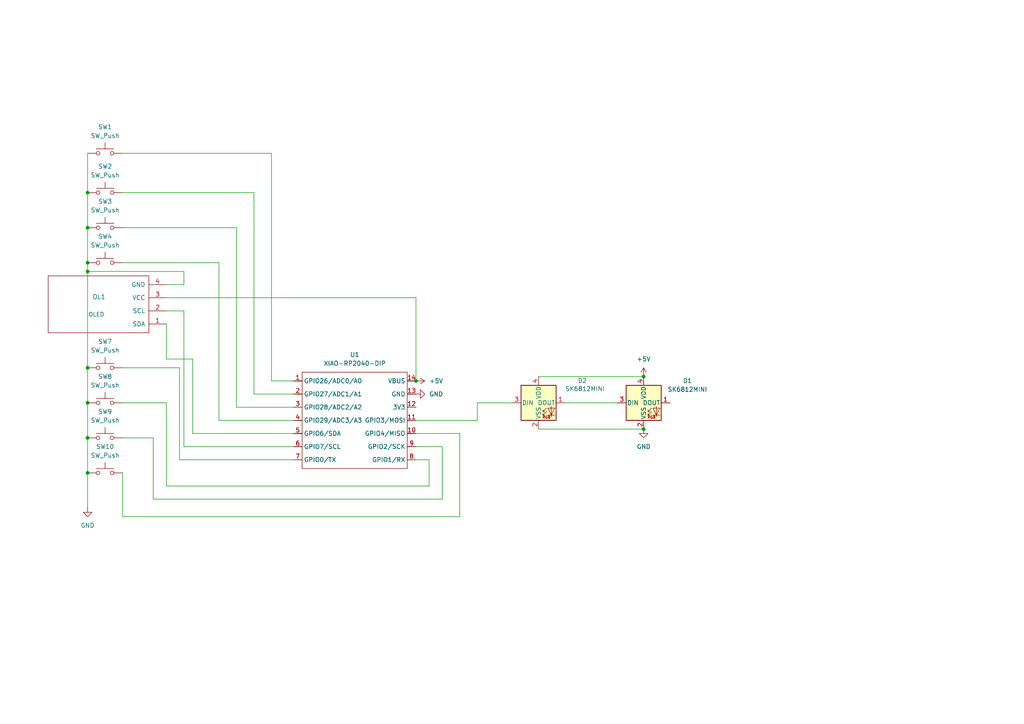
<source format=kicad_sch>
(kicad_sch (version 20250114) (generator "eeschema") (generator_version "9.0")
  (paper "A4")
  (lib_symbols
    (symbol "LED:SK6812MINI" (pin_names (offset 0.254))
      (property "Reference" "D" (at 5.08 5.715 0))
      (property "Value" "SK6812MINI" (at 1.27 -5.715 0))
      (symbol "SK6812MINI_0_0"
        (text "RGB" (at 2.286 -4.191 0) (effects (font (size 0.762 0.762))))
      )
      (symbol "SK6812MINI_0_1"
        (polyline (pts (xy 1.27 -2.54) (xy 1.778 -2.54)))
        (polyline (pts (xy 1.27 -3.556) (xy 1.778 -3.556)))
        (polyline (pts (xy 2.286 -1.524) (xy 1.27 -2.54) (xy 1.27 -2.032)))
        (polyline (pts (xy 2.286 -2.54) (xy 1.27 -3.556) (xy 1.27 -3.048)))
        (polyline (pts (xy 3.683 -1.016) (xy 3.683 -3.556) (xy 3.683 -4.064)))
        (polyline (pts (xy 4.699 -1.524) (xy 2.667 -1.524) (xy 3.683 -3.556) (xy 4.699 -1.524)))
        (polyline (pts (xy 4.699 -3.556) (xy 2.667 -3.556)))
        (rectangle (start 5.08 5.08) (end -5.08 -5.08) (stroke (width 0.254)) (fill (type background)))
      )
      (symbol "SK6812MINI_1_1"
        (pin input line (at -7.62 0 0) (length 2.54) (name "DIN") (number "3"))
        (pin power_in line (at 0 7.62 270) (length 2.54) (name "VDD") (number "4"))
        (pin power_in line (at 0 -7.62 90) (length 2.54) (name "VSS") (number "2"))
        (pin output line (at 7.62 0 180) (length 2.54) (name "DOUT") (number "1"))
      )
    )
    (symbol "Seeed_Studio_XIAO_Series:XIAO-RP2040-DIP"
      (property "Reference" "U" (at 0 0 0))
      (property "Value" "XIAO-RP2040-DIP" (at 5.334 -1.778 0))
      (symbol "XIAO-RP2040-DIP_1_0"
        (polyline (pts (xy -1.27 -2.54) (xy 29.21 -2.54)) (stroke (width 0.1524)))
        (polyline (pts (xy -1.27 -5.08) (xy -2.54 -5.08)) (stroke (width 0.1524)))
        (polyline (pts (xy -1.27 -5.08) (xy -1.27 -2.54)) (stroke (width 0.1524)))
        (polyline (pts (xy -1.27 -8.89) (xy -2.54 -8.89)) (stroke (width 0.1524)))
        (polyline (pts (xy -1.27 -8.89) (xy -1.27 -5.08)) (stroke (width 0.1524)))
        (polyline (pts (xy -1.27 -12.7) (xy -2.54 -12.7)) (stroke (width 0.1524)))
        (polyline (pts (xy -1.27 -12.7) (xy -1.27 -8.89)) (stroke (width 0.1524)))
        (polyline (pts (xy -1.27 -16.51) (xy -2.54 -16.51)) (stroke (width 0.1524)))
        (polyline (pts (xy -1.27 -16.51) (xy -1.27 -12.7)) (stroke (width 0.1524)))
        (polyline (pts (xy -1.27 -20.32) (xy -2.54 -20.32)) (stroke (width 0.1524)))
        (polyline (pts (xy -1.27 -24.13) (xy -2.54 -24.13)) (stroke (width 0.1524)))
        (polyline (pts (xy -1.27 -27.94) (xy -2.54 -27.94)) (stroke (width 0.1524)))
        (polyline (pts (xy -1.27 -30.48) (xy -1.27 -16.51)) (stroke (width 0.1524)))
        (polyline (pts (xy 29.21 -2.54) (xy 29.21 -5.08)) (stroke (width 0.1524)))
        (polyline (pts (xy 29.21 -5.08) (xy 29.21 -8.89)) (stroke (width 0.1524)))
        (polyline (pts (xy 29.21 -8.89) (xy 29.21 -12.7)) (stroke (width 0.1524)))
        (polyline (pts (xy 29.21 -12.7) (xy 29.21 -30.48)) (stroke (width 0.1524)))
        (polyline (pts (xy 29.21 -30.48) (xy -1.27 -30.48)) (stroke (width 0.1524)))
        (polyline (pts (xy 30.48 -5.08) (xy 29.21 -5.08)) (stroke (width 0.1524)))
        (polyline (pts (xy 30.48 -8.89) (xy 29.21 -8.89)) (stroke (width 0.1524)))
        (polyline (pts (xy 30.48 -12.7) (xy 29.21 -12.7)) (stroke (width 0.1524)))
        (polyline (pts (xy 30.48 -16.51) (xy 29.21 -16.51)) (stroke (width 0.1524)))
        (polyline (pts (xy 30.48 -20.32) (xy 29.21 -20.32)) (stroke (width 0.1524)))
        (polyline (pts (xy 30.48 -24.13) (xy 29.21 -24.13)) (stroke (width 0.1524)))
        (polyline (pts (xy 30.48 -27.94) (xy 29.21 -27.94)) (stroke (width 0.1524)))
        (pin passive line (at -3.81 -5.08 0) (length 2.54) (name "GPIO26/ADC0/A0") (number "1"))
        (pin passive line (at -3.81 -8.89 0) (length 2.54) (name "GPIO27/ADC1/A1") (number "2"))
        (pin passive line (at -3.81 -12.7 0) (length 2.54) (name "GPIO28/ADC2/A2") (number "3"))
        (pin passive line (at -3.81 -16.51 0) (length 2.54) (name "GPIO29/ADC3/A3") (number "4"))
        (pin passive line (at -3.81 -20.32 0) (length 2.54) (name "GPIO6/SDA") (number "5"))
        (pin passive line (at -3.81 -24.13 0) (length 2.54) (name "GPIO7/SCL") (number "6"))
        (pin passive line (at -3.81 -27.94 0) (length 2.54) (name "GPIO0/TX") (number "7"))
        (pin passive line (at 31.75 -5.08 180) (length 2.54) (name "VBUS") (number "14"))
        (pin passive line (at 31.75 -8.89 180) (length 2.54) (name "GND") (number "13"))
        (pin passive line (at 31.75 -12.7 180) (length 2.54) (name "3V3") (number "12"))
        (pin passive line (at 31.75 -16.51 180) (length 2.54) (name "GPIO3/MOSI") (number "11"))
        (pin passive line (at 31.75 -20.32 180) (length 2.54) (name "GPIO4/MISO") (number "10"))
        (pin passive line (at 31.75 -24.13 180) (length 2.54) (name "GPIO2/SCK") (number "9"))
        (pin passive line (at 31.75 -27.94 180) (length 2.54) (name "GPIO1/RX") (number "8"))
      )
    )
    (symbol "Switch:SW_Push" (pin_numbers (hide yes)) (pin_names (offset 1.016) (hide yes))
      (property "Reference" "SW" (at 1.27 2.54 0))
      (property "Value" "SW_Push" (at 0 -1.524 0))
      (symbol "SW_Push_0_1"
        (circle (center -2.032 0) (radius 0.508))
        (polyline (pts (xy 0 1.27) (xy 0 3.048)))
        (circle (center 2.032 0) (radius 0.508))
        (polyline (pts (xy 2.54 1.27) (xy -2.54 1.27)))
        (pin passive line (at -5.08 0 0) (length 2.54) (name "1") (number "1"))
        (pin passive line (at 5.08 0 180) (length 2.54) (name "2") (number "2"))
      )
    )
    (symbol "oled:OLED" (pin_names (offset 1.016))
      (property "Reference" "OL" (at 0 2.54 0))
      (property "Value" "OLED" (at 0 -1.27 0))
      (symbol "OLED_0_1"
        (rectangle (start -13.97 8.89) (end 15.24 -7.62))
      )
      (symbol "OLED_1_1"
        (pin bidirectional line (at -19.05 6.35 0) (length 5.08) (name "SDA") (number "1"))
        (pin bidirectional line (at -19.05 2.54 0) (length 5.08) (name "SCL") (number "2"))
        (pin power_in line (at -19.05 -1.27 0) (length 5.08) (name "VCC") (number "3"))
        (pin power_in line (at -19.05 -5.08 0) (length 5.08) (name "GND") (number "4"))
      )
    )
    (symbol "power:+5V" (power) (pin_numbers (hide yes)) (pin_names (offset 0) (hide yes))
      (property "Value" "+5V" (at 0 3.556 0))
      (symbol "+5V_0_1"
        (polyline (pts (xy -0.762 1.27) (xy 0 2.54)))
        (polyline (pts (xy 0 2.54) (xy 0.762 1.27)))
        (polyline (pts (xy 0 0) (xy 0 2.54)))
      )
      (symbol "+5V_1_1"
        (pin power_in line (at 0 0 90) (length 0) (name "~") (number "1"))
      )
    )
    (symbol "power:GND" (power) (pin_numbers (hide yes)) (pin_names (offset 0) (hide yes))
      (property "Value" "GND" (at 0 -3.81 0))
      (symbol "GND_0_1"
        (polyline (pts (xy 0 0) (xy 0 -1.27) (xy 1.27 -1.27) (xy 0 -2.54) (xy -1.27 -1.27) (xy 0 -1.27)))
      )
      (symbol "GND_1_1"
        (pin power_in line (at 0 0 270) (length 0) (name "~") (number "1"))
      )
    )
  )
  (junction (at 120.65 110.49))
  (junction (at 25.4 116.84))
  (junction (at 186.69 124.46))
  (junction (at 25.4 127))
  (junction (at 25.4 55.88))
  (junction (at 25.4 76.2))
  (junction (at 25.4 78.74))
  (junction (at 25.4 66.04))
  (junction (at 25.4 137.16))
  (junction (at 25.4 106.68))
  (junction (at 186.69 109.22))
  (wire (pts (xy 124.46 133.35) (xy 120.65 133.35)))
  (wire (pts (xy 120.65 129.54) (xy 128.27 129.54)))
  (wire (pts (xy 53.34 82.55) (xy 53.34 78.74)))
  (wire (pts (xy 25.4 44.45) (xy 25.4 55.88)))
  (wire (pts (xy 25.4 106.68) (xy 25.4 116.84)))
  (wire (pts (xy 73.66 55.88) (xy 73.66 114.3)))
  (wire (pts (xy 35.56 66.04) (xy 68.58 66.04)))
  (wire (pts (xy 25.4 76.2) (xy 25.4 78.74)))
  (wire (pts (xy 156.21 124.46) (xy 186.69 124.46)))
  (wire (pts (xy 78.74 44.45) (xy 78.74 110.49)))
  (wire (pts (xy 25.4 66.04) (xy 25.4 76.2)))
  (wire (pts (xy 35.56 127) (xy 44.45 127)))
  (wire (pts (xy 25.4 137.16) (xy 25.4 147.32)))
  (wire (pts (xy 148.59 116.84) (xy 138.43 116.84)))
  (wire (pts (xy 35.56 137.16) (xy 35.56 149.86)))
  (wire (pts (xy 120.65 86.36) (xy 120.65 110.49)))
  (wire (pts (xy 73.66 114.3) (xy 85.09 114.3)))
  (wire (pts (xy 48.26 82.55) (xy 53.34 82.55)))
  (wire (pts (xy 48.26 116.84) (xy 48.26 140.97)))
  (wire (pts (xy 68.58 66.04) (xy 68.58 118.11)))
  (wire (pts (xy 133.35 149.86) (xy 133.35 125.73)))
  (wire (pts (xy 25.4 116.84) (xy 25.4 127)))
  (wire (pts (xy 35.56 44.45) (xy 78.74 44.45)))
  (wire (pts (xy 25.4 78.74) (xy 25.4 106.68)))
  (wire (pts (xy 156.21 109.22) (xy 186.69 109.22)))
  (wire (pts (xy 133.35 125.73) (xy 120.65 125.73)))
  (wire (pts (xy 35.56 106.68) (xy 52.07 106.68)))
  (wire (pts (xy 35.56 116.84) (xy 48.26 116.84)))
  (wire (pts (xy 25.4 127) (xy 25.4 137.16)))
  (wire (pts (xy 55.88 125.73) (xy 85.09 125.73)))
  (wire (pts (xy 63.5 76.2) (xy 63.5 121.92)))
  (wire (pts (xy 48.26 90.17) (xy 53.34 90.17)))
  (wire (pts (xy 48.26 86.36) (xy 120.65 86.36)))
  (wire (pts (xy 44.45 144.78) (xy 128.27 144.78)))
  (wire (pts (xy 48.26 93.98) (xy 48.26 104.14)))
  (wire (pts (xy 53.34 129.54) (xy 85.09 129.54)))
  (wire (pts (xy 124.46 140.97) (xy 124.46 133.35)))
  (wire (pts (xy 48.26 140.97) (xy 124.46 140.97)))
  (wire (pts (xy 128.27 144.78) (xy 128.27 129.54)))
  (wire (pts (xy 35.56 149.86) (xy 133.35 149.86)))
  (wire (pts (xy 53.34 78.74) (xy 25.4 78.74)))
  (wire (pts (xy 163.83 116.84) (xy 179.07 116.84)))
  (wire (pts (xy 53.34 90.17) (xy 53.34 129.54)))
  (wire (pts (xy 52.07 106.68) (xy 52.07 133.35)))
  (wire (pts (xy 138.43 121.92) (xy 120.65 121.92)))
  (wire (pts (xy 35.56 76.2) (xy 63.5 76.2)))
  (wire (pts (xy 44.45 127) (xy 44.45 144.78)))
  (wire (pts (xy 25.4 55.88) (xy 25.4 66.04)))
  (wire (pts (xy 78.74 110.49) (xy 85.09 110.49)))
  (wire (pts (xy 35.56 55.88) (xy 73.66 55.88)))
  (wire (pts (xy 68.58 118.11) (xy 85.09 118.11)))
  (wire (pts (xy 138.43 116.84) (xy 138.43 121.92)))
  (wire (pts (xy 48.26 104.14) (xy 55.88 104.14)))
  (wire (pts (xy 63.5 121.92) (xy 85.09 121.92)))
  (wire (pts (xy 55.88 104.14) (xy 55.88 125.73)))
  (wire (pts (xy 52.07 133.35) (xy 85.09 133.35)))
  (symbol (lib_id "oled:OLED") (at 29.21 87.63 180) (unit 1)
    (property "Reference" "OL1" (at 28.702 86.106 0) (effects (font (size 1.2954 1.2954))))
    (property "Value" "OLED" (at 27.94 91.186 0) (effects (font (size 1.1938 1.1938))))
    (property "Footprint" "oled:SSD1306-0.91-OLED-4pin-128x32" (effects (hide yes)))
  )
  (symbol (lib_id "power:+5V") (at 120.65 110.49 270) (unit 1)
    (property "Reference" "#PWR02" (effects (hide yes)))
    (property "Value" "+5V" (at 124.46 110.4899 90) (effects (justify left)))
    (property "Description" "Power symbol creates a global label with name \"+5V\"" (effects (hide yes)))
  )
  (symbol (lib_id "Switch:SW_Push") (at 30.48 116.84 0) (unit 1)
    (property "Reference" "SW8" (at 30.48 109.22 0))
    (property "Value" "SW_Push" (at 30.48 111.76 0))
    (property "Footprint" "Button_Switch_Keyboard:SW_Cherry_MX_1.00u_PCB" (effects (hide yes)))
    (property "Description" "Push button switch, generic, two pins" (effects (hide yes)))
  )
  (symbol (lib_id "Switch:SW_Push") (at 30.48 106.68 0) (unit 1)
    (property "Reference" "SW7" (at 30.48 99.06 0))
    (property "Value" "SW_Push" (at 30.48 101.6 0))
    (property "Footprint" "Button_Switch_Keyboard:SW_Cherry_MX_1.00u_PCB" (effects (hide yes)))
    (property "Description" "Push button switch, generic, two pins" (effects (hide yes)))
  )
  (symbol (lib_id "Switch:SW_Push") (at 30.48 76.2 0) (unit 1)
    (property "Reference" "SW4" (at 30.48 68.58 0))
    (property "Value" "SW_Push" (at 30.48 71.12 0))
    (property "Footprint" "Button_Switch_Keyboard:SW_Cherry_MX_1.00u_PCB" (effects (hide yes)))
    (property "Description" "Push button switch, generic, two pins" (effects (hide yes)))
  )
  (symbol (lib_id "Switch:SW_Push") (at 30.48 55.88 0) (unit 1)
    (property "Reference" "SW2" (at 30.48 48.26 0))
    (property "Value" "SW_Push" (at 30.48 50.8 0))
    (property "Footprint" "Button_Switch_Keyboard:SW_Cherry_MX_1.00u_PCB" (effects (hide yes)))
    (property "Description" "Push button switch, generic, two pins" (effects (hide yes)))
  )
  (symbol (lib_id "Switch:SW_Push") (at 30.48 137.16 0) (unit 1)
    (property "Reference" "SW10" (at 30.48 129.54 0))
    (property "Value" "SW_Push" (at 30.48 132.08 0))
    (property "Footprint" "Button_Switch_Keyboard:SW_Cherry_MX_1.00u_PCB" (effects (hide yes)))
    (property "Description" "Push button switch, generic, two pins" (effects (hide yes)))
  )
  (symbol (lib_id "power:GND") (at 25.4 147.32 0) (unit 1)
    (property "Reference" "#PWR05" (effects (hide yes)))
    (property "Value" "GND" (at 25.4 152.4 0))
    (property "Description" "Power symbol creates a global label with name \"GND\" , ground" (effects (hide yes)))
  )
  (symbol (lib_id "Switch:SW_Push") (at 30.48 66.04 0) (unit 1)
    (property "Reference" "SW3" (at 30.48 58.42 0))
    (property "Value" "SW_Push" (at 30.48 60.96 0))
    (property "Footprint" "Button_Switch_Keyboard:SW_Cherry_MX_1.00u_PCB" (effects (hide yes)))
    (property "Description" "Push button switch, generic, two pins" (effects (hide yes)))
  )
  (symbol (lib_id "Seeed_Studio_XIAO_Series:XIAO-RP2040-DIP") (at 88.9 105.41 0) (unit 1)
    (property "Reference" "U1" (at 102.87 102.87 0))
    (property "Value" "XIAO-RP2040-DIP" (at 102.87 105.41 0))
    (property "Footprint" "OPL:XIAO-RP2040-DIP" (effects (hide yes)))
  )
  (symbol (lib_id "power:+5V") (at 186.69 109.22 0) (unit 1)
    (property "Reference" "#PWR03" (effects (hide yes)))
    (property "Value" "+5V" (at 186.69 104.14 0))
    (property "Description" "Power symbol creates a global label with name \"+5V\"" (effects (hide yes)))
  )
  (symbol (lib_id "LED:SK6812MINI") (at 186.69 116.84 0) (unit 1)
    (property "Reference" "D1" (at 199.39 110.4198 0))
    (property "Value" "SK6812MINI" (at 199.39 112.9598 0))
    (property "Footprint" "LED_SMD:LED_SK6812MINI_PLCC4_3.5x3.5mm_P1.75mm" (effects (hide yes)))
    (property "Datasheet" "https://cdn-shop.adafruit.com/product-files/2686/SK6812MINI_REV.01-1-2.pdf" (effects (hide yes)))
    (property "Description" "RGB LED with integrated controller" (effects (hide yes)))
  )
  (symbol (lib_id "power:GND") (at 120.65 114.3 90) (unit 1)
    (property "Reference" "#PWR04" (effects (hide yes)))
    (property "Value" "GND" (at 124.46 114.2999 90) (effects (justify right)))
    (property "Description" "Power symbol creates a global label with name \"GND\" , ground" (effects (hide yes)))
  )
  (symbol (lib_id "Switch:SW_Push") (at 30.48 44.45 0) (unit 1)
    (property "Reference" "SW1" (at 30.48 36.83 0))
    (property "Value" "SW_Push" (at 30.48 39.37 0))
    (property "Footprint" "Button_Switch_Keyboard:SW_Cherry_MX_1.00u_PCB" (effects (hide yes)))
    (property "Description" "Push button switch, generic, two pins" (effects (hide yes)))
  )
  (symbol (lib_id "power:GND") (at 186.69 124.46 0) (unit 1)
    (property "Reference" "#PWR01" (effects (hide yes)))
    (property "Value" "GND" (at 186.69 129.54 0))
    (property "Description" "Power symbol creates a global label with name \"GND\" , ground" (effects (hide yes)))
  )
  (symbol (lib_id "Switch:SW_Push") (at 30.48 127 0) (unit 1)
    (property "Reference" "SW9" (at 30.48 119.38 0))
    (property "Value" "SW_Push" (at 30.48 121.92 0))
    (property "Footprint" "Button_Switch_Keyboard:SW_Cherry_MX_1.00u_PCB" (effects (hide yes)))
    (property "Description" "Push button switch, generic, two pins" (effects (hide yes)))
  )
  (symbol (lib_id "LED:SK6812MINI") (at 156.21 116.84 0) (unit 1)
    (property "Reference" "D2" (at 168.91 110.4198 0))
    (property "Value" "SK6812MINI" (at 169.672 112.776 0))
    (property "Footprint" "LED_SMD:LED_SK6812MINI_PLCC4_3.5x3.5mm_P1.75mm" (effects (hide yes)))
    (property "Datasheet" "https://cdn-shop.adafruit.com/product-files/2686/SK6812MINI_REV.01-1-2.pdf" (effects (hide yes)))
    (property "Description" "RGB LED with integrated controller" (effects (hide yes)))
  )
)
</source>
